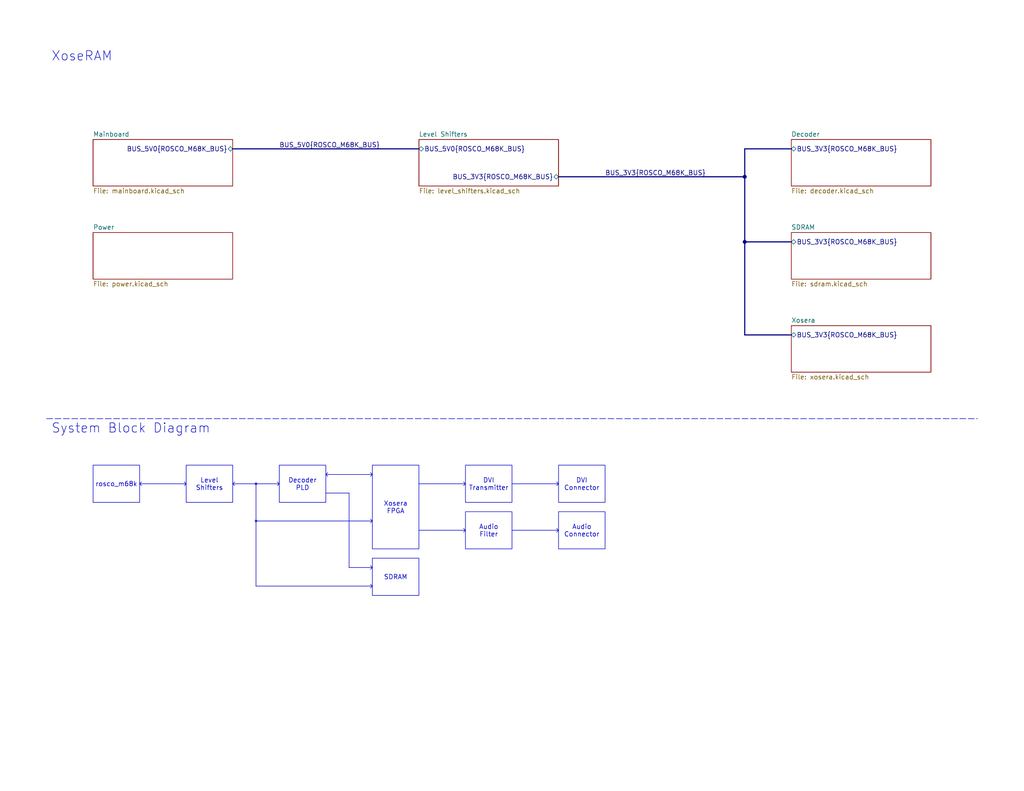
<source format=kicad_sch>
(kicad_sch
	(version 20231120)
	(generator "eeschema")
	(generator_version "8.0")
	(uuid "4865d2b9-db7b-4c14-9dee-4afc1211bdfd")
	(paper "USLetter")
	(title_block
		(title "XoseRAM")
		(date "2024-08-20")
		(rev "B")
		(company "Thomas Jager")
		(comment 1 "Licensed under CERN OHL v.1.2")
	)
	(lib_symbols)
	(junction
		(at 203.2 66.04)
		(diameter 0)
		(color 0 0 0 0)
		(uuid "1ec7fe08-198b-4363-9e2c-15087fc2dbee")
	)
	(junction
		(at 203.2 48.26)
		(diameter 0)
		(color 0 0 0 0)
		(uuid "fbf1351f-e35b-4af9-a8ab-f787177787fc")
	)
	(polyline
		(pts
			(xy 151.892 145.288) (xy 152.4 144.78)
		)
		(stroke
			(width 0)
			(type default)
		)
		(uuid "027c28e3-8b14-4171-8ea6-f2b3ef639657")
	)
	(polyline
		(pts
			(xy 75.692 132.588) (xy 76.2 132.08)
		)
		(stroke
			(width 0)
			(type default)
		)
		(uuid "03948068-7bcd-43dc-afe7-6bc3dbdfed82")
	)
	(polyline
		(pts
			(xy 101.092 129.032) (xy 101.6 129.54)
		)
		(stroke
			(width 0)
			(type default)
		)
		(uuid "07d1383a-3579-4384-8b08-4602d4ed2c6c")
	)
	(polyline
		(pts
			(xy 151.892 131.572) (xy 152.4 132.08)
		)
		(stroke
			(width 0)
			(type default)
		)
		(uuid "0db82241-2b37-48b9-b42b-975be3ce201e")
	)
	(polyline
		(pts
			(xy 101.092 160.528) (xy 101.6 160.02)
		)
		(stroke
			(width 0)
			(type default)
		)
		(uuid "29f6b4bd-4202-4b60-9af8-d836ebad8368")
	)
	(polyline
		(pts
			(xy 95.25 134.62) (xy 95.25 154.94)
		)
		(stroke
			(width 0)
			(type default)
		)
		(uuid "30ec804a-92f6-4949-99d3-417113f57abd")
	)
	(polyline
		(pts
			(xy 126.492 131.572) (xy 127 132.08)
		)
		(stroke
			(width 0)
			(type default)
		)
		(uuid "33463cc6-1b4f-48ab-a96c-029bae4506f3")
	)
	(polyline
		(pts
			(xy 139.7 132.08) (xy 152.4 132.08)
		)
		(stroke
			(width 0)
			(type default)
		)
		(uuid "350b9c1f-9140-46bc-8474-0118dd2d420a")
	)
	(polyline
		(pts
			(xy 69.85 132.08) (xy 76.2 132.08)
		)
		(stroke
			(width 0)
			(type default)
		)
		(uuid "354729f5-05f8-401b-927e-c31cc94d772f")
	)
	(polyline
		(pts
			(xy 101.092 142.748) (xy 101.6 142.24)
		)
		(stroke
			(width 0)
			(type default)
		)
		(uuid "35d651f7-2fa9-45ac-a147-b7d90ee5a581")
	)
	(polyline
		(pts
			(xy 101.092 141.732) (xy 101.6 142.24)
		)
		(stroke
			(width 0)
			(type default)
		)
		(uuid "37651879-88b5-4eb6-9007-1676737509b2")
	)
	(polyline
		(pts
			(xy 88.9 129.54) (xy 101.6 129.54)
		)
		(stroke
			(width 0)
			(type default)
		)
		(uuid "3fd2dc30-3372-4f98-807c-bc59107ed12f")
	)
	(polyline
		(pts
			(xy 114.3 132.08) (xy 127 132.08)
		)
		(stroke
			(width 0)
			(type default)
		)
		(uuid "4556d5e6-b690-4734-b15a-5c40f10dd575")
	)
	(bus
		(pts
			(xy 63.5 40.64) (xy 114.3 40.64)
		)
		(stroke
			(width 0)
			(type default)
		)
		(uuid "45722606-944e-427d-a1ae-1e13888b6eec")
	)
	(polyline
		(pts
			(xy 101.092 130.048) (xy 101.6 129.54)
		)
		(stroke
			(width 0)
			(type default)
		)
		(uuid "51846b7f-aae2-447f-9dce-98cfefdb7884")
	)
	(polyline
		(pts
			(xy 139.7 144.78) (xy 152.4 144.78)
		)
		(stroke
			(width 0)
			(type default)
		)
		(uuid "528ba0ed-5cc8-4310-a8b1-bc18aa51b36a")
	)
	(polyline
		(pts
			(xy 126.492 145.288) (xy 127 144.78)
		)
		(stroke
			(width 0)
			(type default)
		)
		(uuid "5f25dfa4-09d2-4462-bc56-654c0cd63531")
	)
	(polyline
		(pts
			(xy 126.492 144.272) (xy 127 144.78)
		)
		(stroke
			(width 0)
			(type default)
		)
		(uuid "61893cf6-bb0a-4476-aec6-6018937f545b")
	)
	(polyline
		(pts
			(xy 101.092 155.448) (xy 101.6 154.94)
		)
		(stroke
			(width 0)
			(type default)
		)
		(uuid "63a1813f-b933-477e-a8c7-231c4ffe4a45")
	)
	(polyline
		(pts
			(xy 95.25 154.94) (xy 101.6 154.94)
		)
		(stroke
			(width 0)
			(type default)
		)
		(uuid "6d21bfa9-bde4-45a9-97f5-dcca86626c7e")
	)
	(polyline
		(pts
			(xy 88.9 134.62) (xy 95.25 134.62)
		)
		(stroke
			(width 0)
			(type default)
		)
		(uuid "6db133bf-1b46-43b9-a9c3-b82657d55ac0")
	)
	(polyline
		(pts
			(xy 101.092 154.432) (xy 101.6 154.94)
		)
		(stroke
			(width 0)
			(type default)
		)
		(uuid "6fa3fa3c-6711-4f0a-9a01-10d30febe49b")
	)
	(polyline
		(pts
			(xy 38.1 132.08) (xy 50.8 132.08)
		)
		(stroke
			(width 0)
			(type default)
		)
		(uuid "7acda186-3ec0-4fa1-91af-69cb88c7290f")
	)
	(bus
		(pts
			(xy 215.9 91.44) (xy 203.2 91.44)
		)
		(stroke
			(width 0)
			(type default)
		)
		(uuid "7f71831e-acb4-4482-afea-341a4f2d9880")
	)
	(polyline
		(pts
			(xy 69.85 160.02) (xy 101.6 160.02)
		)
		(stroke
			(width 0)
			(type default)
		)
		(uuid "83581c73-37f5-4cba-8d4d-8848447db875")
	)
	(polyline
		(pts
			(xy 64.008 131.572) (xy 63.5 132.08)
		)
		(stroke
			(width 0)
			(type default)
		)
		(uuid "8f7d086a-3bd3-4655-8920-933aadffbcd2")
	)
	(bus
		(pts
			(xy 203.2 91.44) (xy 203.2 66.04)
		)
		(stroke
			(width 0)
			(type default)
		)
		(uuid "97328fc8-826d-43c1-94ce-0175c6fcf566")
	)
	(polyline
		(pts
			(xy 89.408 130.048) (xy 88.9 129.54)
		)
		(stroke
			(width 0)
			(type default)
		)
		(uuid "98d77125-8be5-4700-997d-6439c5e18ce8")
	)
	(polyline
		(pts
			(xy 38.608 131.572) (xy 38.1 132.08)
		)
		(stroke
			(width 0)
			(type default)
		)
		(uuid "a4e8bbe6-2efb-47a5-b93b-0cdaf5a21f19")
	)
	(bus
		(pts
			(xy 203.2 40.64) (xy 215.9 40.64)
		)
		(stroke
			(width 0)
			(type default)
		)
		(uuid "a787c263-88d3-416a-86a2-1a7e376195bc")
	)
	(polyline
		(pts
			(xy 50.292 131.572) (xy 50.8 132.08)
		)
		(stroke
			(width 0)
			(type default)
		)
		(uuid "adb91af0-8f06-460e-8721-7c6b78af9617")
	)
	(polyline
		(pts
			(xy 69.85 142.24) (xy 69.85 160.02)
		)
		(stroke
			(width 0)
			(type default)
		)
		(uuid "b788ce70-5c83-4421-85bb-66f683ddf758")
	)
	(polyline
		(pts
			(xy 38.608 132.588) (xy 38.1 132.08)
		)
		(stroke
			(width 0)
			(type default)
		)
		(uuid "ba994ed4-429d-4a4f-981a-685d506e428e")
	)
	(polyline
		(pts
			(xy 75.692 131.572) (xy 76.2 132.08)
		)
		(stroke
			(width 0)
			(type default)
		)
		(uuid "bcb3fc3e-35a4-426e-adef-59ccdca3967d")
	)
	(polyline
		(pts
			(xy 69.85 142.24) (xy 101.6 142.24)
		)
		(stroke
			(width 0)
			(type default)
		)
		(uuid "bd17a3c3-fd1b-40f8-a63b-6584309aef71")
	)
	(polyline
		(pts
			(xy 114.3 144.78) (xy 127 144.78)
		)
		(stroke
			(width 0)
			(type default)
		)
		(uuid "c206b023-f03e-413d-9d67-aadd83b64f66")
	)
	(bus
		(pts
			(xy 203.2 66.04) (xy 203.2 48.26)
		)
		(stroke
			(width 0)
			(type default)
		)
		(uuid "c3fd7c1a-7049-4e54-95da-a4d9455b527c")
	)
	(polyline
		(pts
			(xy 50.292 132.588) (xy 50.8 132.08)
		)
		(stroke
			(width 0)
			(type default)
		)
		(uuid "c4ec57ec-50b7-4b2b-a59a-7f2b32e58019")
	)
	(polyline
		(pts
			(xy 89.408 129.032) (xy 88.9 129.54)
		)
		(stroke
			(width 0)
			(type default)
		)
		(uuid "ce476d13-c8ef-4448-8803-7c7f8068f9a1")
	)
	(polyline
		(pts
			(xy 12.7 114.3) (xy 266.7 114.3)
		)
		(stroke
			(width 0)
			(type dash)
		)
		(uuid "cf112411-24cb-48f6-9b49-c95dc08a243e")
	)
	(polyline
		(pts
			(xy 69.85 132.08) (xy 69.85 142.24)
		)
		(stroke
			(width 0)
			(type default)
		)
		(uuid "dda3e51a-7fe0-470a-bf30-3c498cf65594")
	)
	(polyline
		(pts
			(xy 101.092 159.512) (xy 101.6 160.02)
		)
		(stroke
			(width 0)
			(type default)
		)
		(uuid "de7d2309-d028-41a6-8a5c-48848c4b78d6")
	)
	(bus
		(pts
			(xy 152.4 48.26) (xy 203.2 48.26)
		)
		(stroke
			(width 0)
			(type default)
		)
		(uuid "e039535b-a33a-4c8e-8326-4885c05ab71e")
	)
	(bus
		(pts
			(xy 203.2 66.04) (xy 215.9 66.04)
		)
		(stroke
			(width 0)
			(type default)
		)
		(uuid "e21095ab-0a90-4541-8051-41445db0d618")
	)
	(polyline
		(pts
			(xy 126.492 132.588) (xy 127 132.08)
		)
		(stroke
			(width 0)
			(type default)
		)
		(uuid "e8095d62-ee9b-40ef-8329-dafbf09f665d")
	)
	(polyline
		(pts
			(xy 151.892 132.588) (xy 152.4 132.08)
		)
		(stroke
			(width 0)
			(type default)
		)
		(uuid "e8e96f6a-a9d8-4776-a64f-e35a5b3600c1")
	)
	(polyline
		(pts
			(xy 64.008 132.588) (xy 63.5 132.08)
		)
		(stroke
			(width 0)
			(type default)
		)
		(uuid "ee87fec2-016f-46aa-b880-ab229c3224ba")
	)
	(polyline
		(pts
			(xy 63.5 132.08) (xy 69.85 132.08)
		)
		(stroke
			(width 0)
			(type default)
		)
		(uuid "f19eccdf-4406-4a85-8711-ee8e8fc362f8")
	)
	(bus
		(pts
			(xy 203.2 48.26) (xy 203.2 40.64)
		)
		(stroke
			(width 0)
			(type default)
		)
		(uuid "f4dbd296-e2e0-4953-8b94-7a8fca4251c0")
	)
	(polyline
		(pts
			(xy 151.892 144.272) (xy 152.4 144.78)
		)
		(stroke
			(width 0)
			(type default)
		)
		(uuid "f816c82e-97be-40b5-8a21-9a57bf027557")
	)
	(circle
		(center 69.85 132.08)
		(radius 0.254)
		(stroke
			(width 0)
			(type default)
		)
		(fill
			(type color)
			(color 0 0 0 0)
		)
		(uuid 2c02b124-11ff-4d49-9ebf-9ab912da3036)
	)
	(circle
		(center 69.85 142.24)
		(radius 0.254)
		(stroke
			(width 0)
			(type default)
		)
		(fill
			(type color)
			(color 0 0 0 0)
		)
		(uuid 3f256d9d-38ed-4457-9199-d3cf8c121e96)
	)
	(text_box "Audio Connector"
		(exclude_from_sim no)
		(at 152.4 139.7 0)
		(size 12.7 10.16)
		(stroke
			(width 0)
			(type default)
		)
		(fill
			(type none)
		)
		(effects
			(font
				(size 1.27 1.27)
			)
		)
		(uuid "1174969c-4c14-4b94-ace2-033d141b5fe4")
	)
	(text_box "Level Shifters"
		(exclude_from_sim no)
		(at 50.8 127 0)
		(size 12.7 10.16)
		(stroke
			(width 0)
			(type default)
		)
		(fill
			(type none)
		)
		(effects
			(font
				(size 1.27 1.27)
			)
		)
		(uuid "3220b84b-e35e-419e-a8ff-77d88efd62d5")
	)
	(text_box "Audio Filter"
		(exclude_from_sim no)
		(at 127 139.7 0)
		(size 12.7 10.16)
		(stroke
			(width 0)
			(type default)
		)
		(fill
			(type none)
		)
		(effects
			(font
				(size 1.27 1.27)
			)
		)
		(uuid "4d6c5aaa-9766-4cce-bce2-422cc49df427")
	)
	(text_box "Decoder PLD"
		(exclude_from_sim no)
		(at 76.2 127 0)
		(size 12.7 10.16)
		(stroke
			(width 0)
			(type default)
		)
		(fill
			(type none)
		)
		(effects
			(font
				(size 1.27 1.27)
			)
		)
		(uuid "65ee30bb-c2ec-40f1-a1e4-304f61d9442b")
	)
	(text_box "Xosera FPGA"
		(exclude_from_sim no)
		(at 101.6 127 0)
		(size 12.7 22.86)
		(stroke
			(width 0)
			(type default)
		)
		(fill
			(type none)
		)
		(effects
			(font
				(size 1.27 1.27)
			)
		)
		(uuid "6e4f49c5-c5ff-48e0-8627-2c80b3c6013b")
	)
	(text_box "DVI Connector"
		(exclude_from_sim no)
		(at 152.4 127 0)
		(size 12.7 10.16)
		(stroke
			(width 0)
			(type default)
		)
		(fill
			(type none)
		)
		(effects
			(font
				(size 1.27 1.27)
			)
		)
		(uuid "77d0b372-26ca-479a-812e-c96969adaf76")
	)
	(text_box "SDRAM"
		(exclude_from_sim no)
		(at 101.6 152.4 0)
		(size 12.7 10.16)
		(stroke
			(width 0)
			(type default)
		)
		(fill
			(type none)
		)
		(effects
			(font
				(size 1.27 1.27)
			)
		)
		(uuid "b261943e-d809-4c22-893b-67b0c9ad27fd")
	)
	(text_box "DVI Transmitter"
		(exclude_from_sim no)
		(at 127 127 0)
		(size 12.7 10.16)
		(stroke
			(width 0)
			(type default)
		)
		(fill
			(type none)
		)
		(effects
			(font
				(size 1.27 1.27)
			)
		)
		(uuid "c0008064-8ca6-49cb-8631-05276d294d1c")
	)
	(text_box "rosco_m68k"
		(exclude_from_sim no)
		(at 25.4 127 0)
		(size 12.7 10.16)
		(stroke
			(width 0)
			(type default)
		)
		(fill
			(type none)
		)
		(effects
			(font
				(size 1.27 1.27)
			)
		)
		(uuid "e6a138af-0d3f-408e-b59f-00024ad16a92")
	)
	(text "${TITLE}"
		(exclude_from_sim no)
		(at 13.97 13.97 0)
		(effects
			(font
				(size 2.54 2.54)
			)
			(justify left top)
		)
		(uuid "4e1487e1-f677-4540-b1a9-cc09e0184b58")
	)
	(text "System Block Diagram"
		(exclude_from_sim no)
		(at 13.97 115.57 0)
		(effects
			(font
				(size 2.54 2.54)
			)
			(justify left top)
		)
		(uuid "d503df3f-32a9-4b71-a045-934fb0dd6be4")
	)
	(label "BUS_5V0{ROSCO_M68K_BUS}"
		(at 76.2 40.64 0)
		(fields_autoplaced yes)
		(effects
			(font
				(size 1.27 1.27)
			)
			(justify left bottom)
		)
		(uuid "51e27bfd-c28b-49ce-bee6-50405cbfb88c")
	)
	(label "BUS_3V3{ROSCO_M68K_BUS}"
		(at 165.1 48.26 0)
		(fields_autoplaced yes)
		(effects
			(font
				(size 1.27 1.27)
			)
			(justify left bottom)
		)
		(uuid "73f74734-8b96-4972-ae5e-5baa5cdd438e")
	)
	(sheet
		(at 114.3 38.1)
		(size 38.1 12.7)
		(fields_autoplaced yes)
		(stroke
			(width 0.1524)
			(type solid)
		)
		(fill
			(color 0 0 0 0.0000)
		)
		(uuid "0c764949-1b57-460e-8bc0-3b0169a3d604")
		(property "Sheetname" "Level Shifters"
			(at 114.3 37.3884 0)
			(effects
				(font
					(size 1.27 1.27)
				)
				(justify left bottom)
			)
		)
		(property "Sheetfile" "level_shifters.kicad_sch"
			(at 114.3 51.3846 0)
			(effects
				(font
					(size 1.27 1.27)
				)
				(justify left top)
			)
		)
		(pin "BUS_5V0{ROSCO_M68K_BUS}" bidirectional
			(at 114.3 40.64 180)
			(effects
				(font
					(size 1.27 1.27)
				)
				(justify left)
			)
			(uuid "0e542d31-ae35-40ce-96e7-c9a7d6834112")
		)
		(pin "BUS_3V3{ROSCO_M68K_BUS}" bidirectional
			(at 152.4 48.26 0)
			(effects
				(font
					(size 1.27 1.27)
				)
				(justify right)
			)
			(uuid "be3ec968-9176-48cc-b388-989b37305ba9")
		)
		(instances
			(project "xoseram"
				(path "/4865d2b9-db7b-4c14-9dee-4afc1211bdfd"
					(page "3")
				)
			)
		)
	)
	(sheet
		(at 215.9 63.5)
		(size 38.1 12.7)
		(fields_autoplaced yes)
		(stroke
			(width 0.1524)
			(type solid)
		)
		(fill
			(color 0 0 0 0.0000)
		)
		(uuid "102f9c08-7530-4b6b-acd2-4c93d2b071a6")
		(property "Sheetname" "SDRAM"
			(at 215.9 62.7884 0)
			(effects
				(font
					(size 1.27 1.27)
				)
				(justify left bottom)
			)
		)
		(property "Sheetfile" "sdram.kicad_sch"
			(at 215.9 76.7846 0)
			(effects
				(font
					(size 1.27 1.27)
				)
				(justify left top)
			)
		)
		(pin "BUS_3V3{ROSCO_M68K_BUS}" bidirectional
			(at 215.9 66.04 180)
			(effects
				(font
					(size 1.27 1.27)
				)
				(justify left)
			)
			(uuid "54337741-a388-424d-8893-510d8eb5eb3d")
		)
		(instances
			(project "xoseram"
				(path "/4865d2b9-db7b-4c14-9dee-4afc1211bdfd"
					(page "5")
				)
			)
		)
	)
	(sheet
		(at 215.9 88.9)
		(size 38.1 12.7)
		(fields_autoplaced yes)
		(stroke
			(width 0.1524)
			(type solid)
		)
		(fill
			(color 0 0 0 0.0000)
		)
		(uuid "18e5dbf2-208a-49e4-9ac0-e1a616a0a134")
		(property "Sheetname" "Xosera"
			(at 215.9 88.1884 0)
			(effects
				(font
					(size 1.27 1.27)
				)
				(justify left bottom)
			)
		)
		(property "Sheetfile" "xosera.kicad_sch"
			(at 215.9 102.1846 0)
			(effects
				(font
					(size 1.27 1.27)
				)
				(justify left top)
			)
		)
		(pin "BUS_3V3{ROSCO_M68K_BUS}" bidirectional
			(at 215.9 91.44 180)
			(effects
				(font
					(size 1.27 1.27)
				)
				(justify left)
			)
			(uuid "15fd9ae5-c77b-4ccc-aa72-1ca8062ef85a")
		)
		(instances
			(project "xoseram"
				(path "/4865d2b9-db7b-4c14-9dee-4afc1211bdfd"
					(page "6")
				)
			)
		)
	)
	(sheet
		(at 25.4 38.1)
		(size 38.1 12.7)
		(fields_autoplaced yes)
		(stroke
			(width 0.1524)
			(type solid)
		)
		(fill
			(color 0 0 0 0.0000)
		)
		(uuid "e6666a35-0017-4ae8-98c6-4c82ca9b716f")
		(property "Sheetname" "Mainboard"
			(at 25.4 37.3884 0)
			(effects
				(font
					(size 1.27 1.27)
				)
				(justify left bottom)
			)
		)
		(property "Sheetfile" "mainboard.kicad_sch"
			(at 25.4 51.3846 0)
			(effects
				(font
					(size 1.27 1.27)
				)
				(justify left top)
			)
		)
		(pin "BUS_5V0{ROSCO_M68K_BUS}" bidirectional
			(at 63.5 40.64 0)
			(effects
				(font
					(size 1.27 1.27)
				)
				(justify right)
			)
			(uuid "4c6fbdf2-1f5c-4f39-bfec-622592e0e9ee")
		)
		(instances
			(project "xoseram"
				(path "/4865d2b9-db7b-4c14-9dee-4afc1211bdfd"
					(page "2")
				)
			)
		)
	)
	(sheet
		(at 215.9 38.1)
		(size 38.1 12.7)
		(fields_autoplaced yes)
		(stroke
			(width 0.1524)
			(type solid)
		)
		(fill
			(color 0 0 0 0.0000)
		)
		(uuid "ee2aa479-d246-407f-8485-60f6c701d790")
		(property "Sheetname" "Decoder"
			(at 215.9 37.3884 0)
			(effects
				(font
					(size 1.27 1.27)
				)
				(justify left bottom)
			)
		)
		(property "Sheetfile" "decoder.kicad_sch"
			(at 215.9 51.3846 0)
			(effects
				(font
					(size 1.27 1.27)
				)
				(justify left top)
			)
		)
		(pin "BUS_3V3{ROSCO_M68K_BUS}" bidirectional
			(at 215.9 40.64 180)
			(effects
				(font
					(size 1.27 1.27)
				)
				(justify left)
			)
			(uuid "c785d02c-fa79-48ca-88f9-e137047a0672")
		)
		(instances
			(project "xoseram"
				(path "/4865d2b9-db7b-4c14-9dee-4afc1211bdfd"
					(page "4")
				)
			)
		)
	)
	(sheet
		(at 25.4 63.5)
		(size 38.1 12.7)
		(fields_autoplaced yes)
		(stroke
			(width 0.1524)
			(type solid)
		)
		(fill
			(color 0 0 0 0.0000)
		)
		(uuid "f250f56d-1209-47fa-99ff-c0f9151f41a6")
		(property "Sheetname" "Power"
			(at 25.4 62.7884 0)
			(effects
				(font
					(size 1.27 1.27)
				)
				(justify left bottom)
			)
		)
		(property "Sheetfile" "power.kicad_sch"
			(at 25.4 76.7846 0)
			(effects
				(font
					(size 1.27 1.27)
				)
				(justify left top)
			)
		)
		(instances
			(project "xoseram"
				(path "/4865d2b9-db7b-4c14-9dee-4afc1211bdfd"
					(page "11")
				)
			)
		)
	)
	(sheet_instances
		(path "/"
			(page "1")
		)
	)
)

</source>
